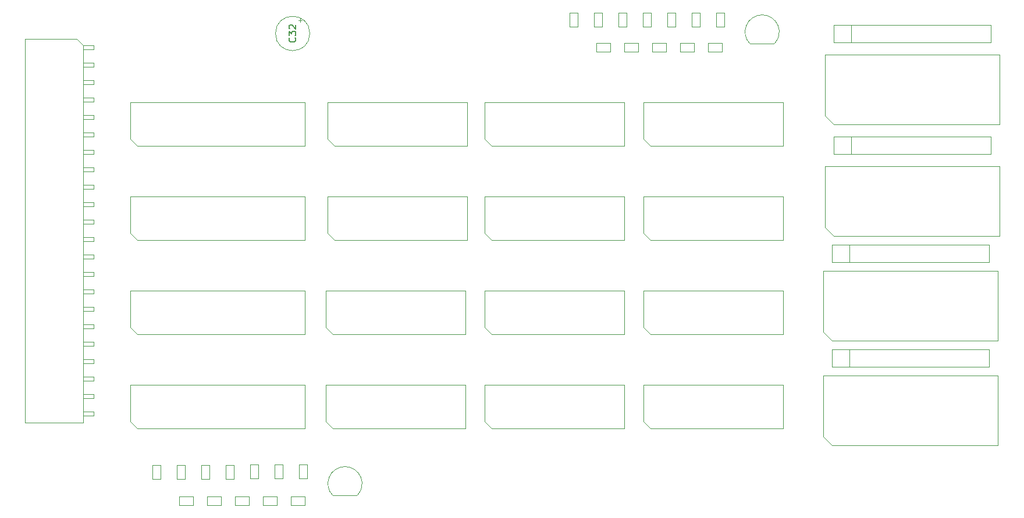
<source format=gbr>
%TF.GenerationSoftware,KiCad,Pcbnew,(5.1.10-1-10_14)*%
%TF.CreationDate,2021-08-16T01:31:51-04:00*%
%TF.ProjectId,sound,736f756e-642e-46b6-9963-61645f706362,rev?*%
%TF.SameCoordinates,Original*%
%TF.FileFunction,Other,Fab,Top*%
%FSLAX46Y46*%
G04 Gerber Fmt 4.6, Leading zero omitted, Abs format (unit mm)*
G04 Created by KiCad (PCBNEW (5.1.10-1-10_14)) date 2021-08-16 01:31:51*
%MOMM*%
%LPD*%
G01*
G04 APERTURE LIST*
%ADD10C,0.100000*%
%ADD11C,0.150000*%
G04 APERTURE END LIST*
D10*
%TO.C,U16*%
X214122000Y-66183000D02*
X214122000Y-60833000D01*
X214122000Y-60833000D02*
X234442000Y-60833000D01*
X234442000Y-60833000D02*
X234442000Y-67183000D01*
X234442000Y-67183000D02*
X215122000Y-67183000D01*
X215122000Y-67183000D02*
X214122000Y-66183000D01*
%TO.C,U15*%
X191008000Y-66183000D02*
X191008000Y-60833000D01*
X191008000Y-60833000D02*
X211328000Y-60833000D01*
X211328000Y-60833000D02*
X211328000Y-67183000D01*
X211328000Y-67183000D02*
X192008000Y-67183000D01*
X192008000Y-67183000D02*
X191008000Y-66183000D01*
%TO.C,U14*%
X168148000Y-66183000D02*
X168148000Y-60833000D01*
X168148000Y-60833000D02*
X188468000Y-60833000D01*
X188468000Y-60833000D02*
X188468000Y-67183000D01*
X188468000Y-67183000D02*
X169148000Y-67183000D01*
X169148000Y-67183000D02*
X168148000Y-66183000D01*
%TO.C,U13*%
X139446000Y-66183000D02*
X139446000Y-60833000D01*
X139446000Y-60833000D02*
X164846000Y-60833000D01*
X164846000Y-60833000D02*
X164846000Y-67183000D01*
X164846000Y-67183000D02*
X140446000Y-67183000D01*
X140446000Y-67183000D02*
X139446000Y-66183000D01*
%TO.C,U12*%
X214122000Y-52467000D02*
X214122000Y-47117000D01*
X214122000Y-47117000D02*
X234442000Y-47117000D01*
X234442000Y-47117000D02*
X234442000Y-53467000D01*
X234442000Y-53467000D02*
X215122000Y-53467000D01*
X215122000Y-53467000D02*
X214122000Y-52467000D01*
%TO.C,U11*%
X139446000Y-52467000D02*
X139446000Y-47117000D01*
X139446000Y-47117000D02*
X164846000Y-47117000D01*
X164846000Y-47117000D02*
X164846000Y-53467000D01*
X164846000Y-53467000D02*
X140446000Y-53467000D01*
X140446000Y-53467000D02*
X139446000Y-52467000D01*
%TO.C,U7*%
X191008000Y-52467000D02*
X191008000Y-47117000D01*
X191008000Y-47117000D02*
X211328000Y-47117000D01*
X211328000Y-47117000D02*
X211328000Y-53467000D01*
X211328000Y-53467000D02*
X192008000Y-53467000D01*
X192008000Y-53467000D02*
X191008000Y-52467000D01*
%TO.C,U5*%
X168148000Y-52467000D02*
X168148000Y-47117000D01*
X168148000Y-47117000D02*
X188468000Y-47117000D01*
X188468000Y-47117000D02*
X188468000Y-53467000D01*
X188468000Y-53467000D02*
X169148000Y-53467000D01*
X169148000Y-53467000D02*
X168148000Y-52467000D01*
%TO.C,RN4*%
X241788000Y-35834000D02*
X241788000Y-38334000D01*
X241788000Y-38334000D02*
X264688000Y-38334000D01*
X264688000Y-38334000D02*
X264688000Y-35834000D01*
X264688000Y-35834000D02*
X241788000Y-35834000D01*
X244348000Y-35834000D02*
X244348000Y-38334000D01*
%TO.C,RN3*%
X241788000Y-52090000D02*
X241788000Y-54590000D01*
X241788000Y-54590000D02*
X264688000Y-54590000D01*
X264688000Y-54590000D02*
X264688000Y-52090000D01*
X264688000Y-52090000D02*
X241788000Y-52090000D01*
X244348000Y-52090000D02*
X244348000Y-54590000D01*
%TO.C,R24*%
X206893000Y-34052000D02*
X208143000Y-34052000D01*
X208143000Y-34052000D02*
X208143000Y-36052000D01*
X208143000Y-36052000D02*
X206893000Y-36052000D01*
X206893000Y-36052000D02*
X206893000Y-34052000D01*
%TO.C,R23*%
X203337000Y-34052000D02*
X204587000Y-34052000D01*
X204587000Y-34052000D02*
X204587000Y-36052000D01*
X204587000Y-36052000D02*
X203337000Y-36052000D01*
X203337000Y-36052000D02*
X203337000Y-34052000D01*
%TO.C,R22*%
X207280000Y-39741000D02*
X207280000Y-38491000D01*
X207280000Y-38491000D02*
X209280000Y-38491000D01*
X209280000Y-38491000D02*
X209280000Y-39741000D01*
X209280000Y-39741000D02*
X207280000Y-39741000D01*
%TO.C,R21*%
X210449000Y-34052000D02*
X211699000Y-34052000D01*
X211699000Y-34052000D02*
X211699000Y-36052000D01*
X211699000Y-36052000D02*
X210449000Y-36052000D01*
X210449000Y-36052000D02*
X210449000Y-34052000D01*
%TO.C,R20*%
X211344000Y-39741000D02*
X211344000Y-38491000D01*
X211344000Y-38491000D02*
X213344000Y-38491000D01*
X213344000Y-38491000D02*
X213344000Y-39741000D01*
X213344000Y-39741000D02*
X211344000Y-39741000D01*
%TO.C,R19*%
X214005000Y-34052000D02*
X215255000Y-34052000D01*
X215255000Y-34052000D02*
X215255000Y-36052000D01*
X215255000Y-36052000D02*
X214005000Y-36052000D01*
X214005000Y-36052000D02*
X214005000Y-34052000D01*
%TO.C,R18*%
X215408000Y-39741000D02*
X215408000Y-38491000D01*
X215408000Y-38491000D02*
X217408000Y-38491000D01*
X217408000Y-38491000D02*
X217408000Y-39741000D01*
X217408000Y-39741000D02*
X215408000Y-39741000D01*
%TO.C,R17*%
X217561000Y-34052000D02*
X218811000Y-34052000D01*
X218811000Y-34052000D02*
X218811000Y-36052000D01*
X218811000Y-36052000D02*
X217561000Y-36052000D01*
X217561000Y-36052000D02*
X217561000Y-34052000D01*
%TO.C,R16*%
X219472000Y-39741000D02*
X219472000Y-38491000D01*
X219472000Y-38491000D02*
X221472000Y-38491000D01*
X221472000Y-38491000D02*
X221472000Y-39741000D01*
X221472000Y-39741000D02*
X219472000Y-39741000D01*
%TO.C,R15*%
X221117000Y-34052000D02*
X222367000Y-34052000D01*
X222367000Y-34052000D02*
X222367000Y-36052000D01*
X222367000Y-36052000D02*
X221117000Y-36052000D01*
X221117000Y-36052000D02*
X221117000Y-34052000D01*
%TO.C,R14*%
X223536000Y-39741000D02*
X223536000Y-38491000D01*
X223536000Y-38491000D02*
X225536000Y-38491000D01*
X225536000Y-38491000D02*
X225536000Y-39741000D01*
X225536000Y-39741000D02*
X223536000Y-39741000D01*
%TO.C,R13*%
X224673000Y-34052000D02*
X225923000Y-34052000D01*
X225923000Y-34052000D02*
X225923000Y-36052000D01*
X225923000Y-36052000D02*
X224673000Y-36052000D01*
X224673000Y-36052000D02*
X224673000Y-34052000D01*
%TO.C,Q2*%
X229640375Y-38583625D02*
G75*
G02*
X231394000Y-34350000I1753625J1753625D01*
G01*
X233147625Y-38583625D02*
G75*
G03*
X231394000Y-34350000I-1753625J1753625D01*
G01*
X229624000Y-38580000D02*
X233124000Y-38580000D01*
%TO.C,J69*%
X124082000Y-37846000D02*
X131622000Y-37846000D01*
X131622000Y-37846000D02*
X132592000Y-38816000D01*
X132592000Y-38816000D02*
X132592000Y-93726000D01*
X132592000Y-93726000D02*
X124082000Y-93726000D01*
X124082000Y-93726000D02*
X124082000Y-37846000D01*
X134112000Y-38816000D02*
X132592000Y-38816000D01*
X132592000Y-39416000D02*
X134112000Y-39416000D01*
X134112000Y-39416000D02*
X134112000Y-38816000D01*
X134112000Y-41356000D02*
X132592000Y-41356000D01*
X132592000Y-41956000D02*
X134112000Y-41956000D01*
X134112000Y-41956000D02*
X134112000Y-41356000D01*
X134112000Y-43896000D02*
X132592000Y-43896000D01*
X132592000Y-44496000D02*
X134112000Y-44496000D01*
X134112000Y-44496000D02*
X134112000Y-43896000D01*
X134112000Y-46436000D02*
X132592000Y-46436000D01*
X132592000Y-47036000D02*
X134112000Y-47036000D01*
X134112000Y-47036000D02*
X134112000Y-46436000D01*
X134112000Y-48976000D02*
X132592000Y-48976000D01*
X132592000Y-49576000D02*
X134112000Y-49576000D01*
X134112000Y-49576000D02*
X134112000Y-48976000D01*
X134112000Y-51516000D02*
X132592000Y-51516000D01*
X132592000Y-52116000D02*
X134112000Y-52116000D01*
X134112000Y-52116000D02*
X134112000Y-51516000D01*
X134112000Y-54056000D02*
X132592000Y-54056000D01*
X132592000Y-54656000D02*
X134112000Y-54656000D01*
X134112000Y-54656000D02*
X134112000Y-54056000D01*
X134112000Y-56596000D02*
X132592000Y-56596000D01*
X132592000Y-57196000D02*
X134112000Y-57196000D01*
X134112000Y-57196000D02*
X134112000Y-56596000D01*
X134112000Y-59136000D02*
X132592000Y-59136000D01*
X132592000Y-59736000D02*
X134112000Y-59736000D01*
X134112000Y-59736000D02*
X134112000Y-59136000D01*
X134112000Y-61676000D02*
X132592000Y-61676000D01*
X132592000Y-62276000D02*
X134112000Y-62276000D01*
X134112000Y-62276000D02*
X134112000Y-61676000D01*
X134112000Y-64216000D02*
X132592000Y-64216000D01*
X132592000Y-64816000D02*
X134112000Y-64816000D01*
X134112000Y-64816000D02*
X134112000Y-64216000D01*
X134112000Y-66756000D02*
X132592000Y-66756000D01*
X132592000Y-67356000D02*
X134112000Y-67356000D01*
X134112000Y-67356000D02*
X134112000Y-66756000D01*
X134112000Y-69296000D02*
X132592000Y-69296000D01*
X132592000Y-69896000D02*
X134112000Y-69896000D01*
X134112000Y-69896000D02*
X134112000Y-69296000D01*
X134112000Y-71836000D02*
X132592000Y-71836000D01*
X132592000Y-72436000D02*
X134112000Y-72436000D01*
X134112000Y-72436000D02*
X134112000Y-71836000D01*
X134112000Y-74376000D02*
X132592000Y-74376000D01*
X132592000Y-74976000D02*
X134112000Y-74976000D01*
X134112000Y-74976000D02*
X134112000Y-74376000D01*
X134112000Y-76916000D02*
X132592000Y-76916000D01*
X132592000Y-77516000D02*
X134112000Y-77516000D01*
X134112000Y-77516000D02*
X134112000Y-76916000D01*
X134112000Y-79456000D02*
X132592000Y-79456000D01*
X132592000Y-80056000D02*
X134112000Y-80056000D01*
X134112000Y-80056000D02*
X134112000Y-79456000D01*
X134112000Y-81996000D02*
X132592000Y-81996000D01*
X132592000Y-82596000D02*
X134112000Y-82596000D01*
X134112000Y-82596000D02*
X134112000Y-81996000D01*
X134112000Y-84536000D02*
X132592000Y-84536000D01*
X132592000Y-85136000D02*
X134112000Y-85136000D01*
X134112000Y-85136000D02*
X134112000Y-84536000D01*
X134112000Y-87076000D02*
X132592000Y-87076000D01*
X132592000Y-87676000D02*
X134112000Y-87676000D01*
X134112000Y-87676000D02*
X134112000Y-87076000D01*
X134112000Y-89616000D02*
X132592000Y-89616000D01*
X132592000Y-90216000D02*
X134112000Y-90216000D01*
X134112000Y-90216000D02*
X134112000Y-89616000D01*
X134112000Y-92156000D02*
X132592000Y-92156000D01*
X132592000Y-92756000D02*
X134112000Y-92756000D01*
X134112000Y-92756000D02*
X134112000Y-92156000D01*
%TO.C,BAR4*%
X240538000Y-49022000D02*
X241808000Y-50292000D01*
X240538000Y-40132000D02*
X265938000Y-40132000D01*
X265938000Y-50292000D02*
X265938000Y-40132000D01*
X241808000Y-50292000D02*
X265938000Y-50292000D01*
X240538000Y-49022000D02*
X240538000Y-40132000D01*
%TO.C,BAR3*%
X240538000Y-65278000D02*
X241808000Y-66548000D01*
X240538000Y-56388000D02*
X265938000Y-56388000D01*
X265938000Y-66548000D02*
X265938000Y-56388000D01*
X241808000Y-66548000D02*
X265938000Y-66548000D01*
X240538000Y-65278000D02*
X240538000Y-56388000D01*
%TO.C,RN2*%
X241534000Y-67838000D02*
X241534000Y-70338000D01*
X241534000Y-70338000D02*
X264434000Y-70338000D01*
X264434000Y-70338000D02*
X264434000Y-67838000D01*
X264434000Y-67838000D02*
X241534000Y-67838000D01*
X244094000Y-67838000D02*
X244094000Y-70338000D01*
%TO.C,RN1*%
X241534000Y-83078000D02*
X241534000Y-85578000D01*
X241534000Y-85578000D02*
X264434000Y-85578000D01*
X264434000Y-85578000D02*
X264434000Y-83078000D01*
X264434000Y-83078000D02*
X241534000Y-83078000D01*
X244094000Y-83078000D02*
X244094000Y-85578000D01*
%TO.C,BAR2*%
X240284000Y-80518000D02*
X241554000Y-81788000D01*
X240284000Y-71628000D02*
X265684000Y-71628000D01*
X265684000Y-81788000D02*
X265684000Y-71628000D01*
X241554000Y-81788000D02*
X265684000Y-81788000D01*
X240284000Y-80518000D02*
X240284000Y-71628000D01*
%TO.C,BAR1*%
X240284000Y-95758000D02*
X241554000Y-97028000D01*
X240284000Y-86868000D02*
X265684000Y-86868000D01*
X265684000Y-97028000D02*
X265684000Y-86868000D01*
X241554000Y-97028000D02*
X265684000Y-97028000D01*
X240284000Y-95758000D02*
X240284000Y-86868000D01*
%TO.C,U3*%
X139446000Y-93615000D02*
X139446000Y-88265000D01*
X139446000Y-88265000D02*
X164846000Y-88265000D01*
X164846000Y-88265000D02*
X164846000Y-94615000D01*
X164846000Y-94615000D02*
X140446000Y-94615000D01*
X140446000Y-94615000D02*
X139446000Y-93615000D01*
%TO.C,U1*%
X139446000Y-79899000D02*
X139446000Y-74549000D01*
X139446000Y-74549000D02*
X164846000Y-74549000D01*
X164846000Y-74549000D02*
X164846000Y-80899000D01*
X164846000Y-80899000D02*
X140446000Y-80899000D01*
X140446000Y-80899000D02*
X139446000Y-79899000D01*
%TO.C,R12*%
X163967000Y-99838000D02*
X165217000Y-99838000D01*
X165217000Y-99838000D02*
X165217000Y-101838000D01*
X165217000Y-101838000D02*
X163967000Y-101838000D01*
X163967000Y-101838000D02*
X163967000Y-99838000D01*
%TO.C,R11*%
X162830000Y-105781000D02*
X162830000Y-104531000D01*
X162830000Y-104531000D02*
X164830000Y-104531000D01*
X164830000Y-104531000D02*
X164830000Y-105781000D01*
X164830000Y-105781000D02*
X162830000Y-105781000D01*
%TO.C,R10*%
X160411000Y-99838000D02*
X161661000Y-99838000D01*
X161661000Y-99838000D02*
X161661000Y-101838000D01*
X161661000Y-101838000D02*
X160411000Y-101838000D01*
X160411000Y-101838000D02*
X160411000Y-99838000D01*
%TO.C,R9*%
X158766000Y-105781000D02*
X158766000Y-104531000D01*
X158766000Y-104531000D02*
X160766000Y-104531000D01*
X160766000Y-104531000D02*
X160766000Y-105781000D01*
X160766000Y-105781000D02*
X158766000Y-105781000D01*
%TO.C,R8*%
X156855000Y-99838000D02*
X158105000Y-99838000D01*
X158105000Y-99838000D02*
X158105000Y-101838000D01*
X158105000Y-101838000D02*
X156855000Y-101838000D01*
X156855000Y-101838000D02*
X156855000Y-99838000D01*
%TO.C,R7*%
X154702000Y-105781000D02*
X154702000Y-104531000D01*
X154702000Y-104531000D02*
X156702000Y-104531000D01*
X156702000Y-104531000D02*
X156702000Y-105781000D01*
X156702000Y-105781000D02*
X154702000Y-105781000D01*
%TO.C,R6*%
X153299000Y-99941500D02*
X154549000Y-99941500D01*
X154549000Y-99941500D02*
X154549000Y-101941500D01*
X154549000Y-101941500D02*
X153299000Y-101941500D01*
X153299000Y-101941500D02*
X153299000Y-99941500D01*
%TO.C,R5*%
X150638000Y-105781000D02*
X150638000Y-104531000D01*
X150638000Y-104531000D02*
X152638000Y-104531000D01*
X152638000Y-104531000D02*
X152638000Y-105781000D01*
X152638000Y-105781000D02*
X150638000Y-105781000D01*
%TO.C,R4*%
X149743000Y-99941500D02*
X150993000Y-99941500D01*
X150993000Y-99941500D02*
X150993000Y-101941500D01*
X150993000Y-101941500D02*
X149743000Y-101941500D01*
X149743000Y-101941500D02*
X149743000Y-99941500D01*
%TO.C,R3*%
X146574000Y-105781000D02*
X146574000Y-104531000D01*
X146574000Y-104531000D02*
X148574000Y-104531000D01*
X148574000Y-104531000D02*
X148574000Y-105781000D01*
X148574000Y-105781000D02*
X146574000Y-105781000D01*
%TO.C,R2*%
X142631000Y-99941500D02*
X143881000Y-99941500D01*
X143881000Y-99941500D02*
X143881000Y-101941500D01*
X143881000Y-101941500D02*
X142631000Y-101941500D01*
X142631000Y-101941500D02*
X142631000Y-99941500D01*
%TO.C,R1*%
X146187000Y-99941500D02*
X147437000Y-99941500D01*
X147437000Y-99941500D02*
X147437000Y-101941500D01*
X147437000Y-101941500D02*
X146187000Y-101941500D01*
X146187000Y-101941500D02*
X146187000Y-99941500D01*
%TO.C,Q1*%
X168934375Y-104369625D02*
G75*
G02*
X170688000Y-100136000I1753625J1753625D01*
G01*
X172441625Y-104369625D02*
G75*
G03*
X170688000Y-100136000I-1753625J1753625D01*
G01*
X168918000Y-104366000D02*
X172418000Y-104366000D01*
%TO.C,U9*%
X214122000Y-93615000D02*
X214122000Y-88265000D01*
X214122000Y-88265000D02*
X234442000Y-88265000D01*
X234442000Y-88265000D02*
X234442000Y-94615000D01*
X234442000Y-94615000D02*
X215122000Y-94615000D01*
X215122000Y-94615000D02*
X214122000Y-93615000D01*
%TO.C,U10*%
X191008000Y-93615000D02*
X191008000Y-88265000D01*
X191008000Y-88265000D02*
X211328000Y-88265000D01*
X211328000Y-88265000D02*
X211328000Y-94615000D01*
X211328000Y-94615000D02*
X192008000Y-94615000D01*
X192008000Y-94615000D02*
X191008000Y-93615000D01*
%TO.C,U8*%
X167894000Y-93615000D02*
X167894000Y-88265000D01*
X167894000Y-88265000D02*
X188214000Y-88265000D01*
X188214000Y-88265000D02*
X188214000Y-94615000D01*
X188214000Y-94615000D02*
X168894000Y-94615000D01*
X168894000Y-94615000D02*
X167894000Y-93615000D01*
%TO.C,U6*%
X214122000Y-79899000D02*
X214122000Y-74549000D01*
X214122000Y-74549000D02*
X234442000Y-74549000D01*
X234442000Y-74549000D02*
X234442000Y-80899000D01*
X234442000Y-80899000D02*
X215122000Y-80899000D01*
X215122000Y-80899000D02*
X214122000Y-79899000D01*
%TO.C,U4*%
X191008000Y-79899000D02*
X191008000Y-74549000D01*
X191008000Y-74549000D02*
X211328000Y-74549000D01*
X211328000Y-74549000D02*
X211328000Y-80899000D01*
X211328000Y-80899000D02*
X192008000Y-80899000D01*
X192008000Y-80899000D02*
X191008000Y-79899000D01*
%TO.C,U2*%
X167894000Y-79899000D02*
X167894000Y-74549000D01*
X167894000Y-74549000D02*
X188214000Y-74549000D01*
X188214000Y-74549000D02*
X188214000Y-80899000D01*
X188214000Y-80899000D02*
X168894000Y-80899000D01*
X168894000Y-80899000D02*
X167894000Y-79899000D01*
%TO.C,C32*%
X165568000Y-37064000D02*
G75*
G03*
X165568000Y-37064000I-2500000J0D01*
G01*
X164155500Y-34930395D02*
X164155500Y-35430395D01*
X164405500Y-35180395D02*
X163905500Y-35180395D01*
%TD*%
%TO.C,C32*%
D11*
X163425142Y-37706857D02*
X163472761Y-37754476D01*
X163520380Y-37897333D01*
X163520380Y-37992571D01*
X163472761Y-38135428D01*
X163377523Y-38230666D01*
X163282285Y-38278285D01*
X163091809Y-38325904D01*
X162948952Y-38325904D01*
X162758476Y-38278285D01*
X162663238Y-38230666D01*
X162568000Y-38135428D01*
X162520380Y-37992571D01*
X162520380Y-37897333D01*
X162568000Y-37754476D01*
X162615619Y-37706857D01*
X162520380Y-37373523D02*
X162520380Y-36754476D01*
X162901333Y-37087809D01*
X162901333Y-36944952D01*
X162948952Y-36849714D01*
X162996571Y-36802095D01*
X163091809Y-36754476D01*
X163329904Y-36754476D01*
X163425142Y-36802095D01*
X163472761Y-36849714D01*
X163520380Y-36944952D01*
X163520380Y-37230666D01*
X163472761Y-37325904D01*
X163425142Y-37373523D01*
X162615619Y-36373523D02*
X162568000Y-36325904D01*
X162520380Y-36230666D01*
X162520380Y-35992571D01*
X162568000Y-35897333D01*
X162615619Y-35849714D01*
X162710857Y-35802095D01*
X162806095Y-35802095D01*
X162948952Y-35849714D01*
X163520380Y-36421142D01*
X163520380Y-35802095D01*
%TD*%
M02*

</source>
